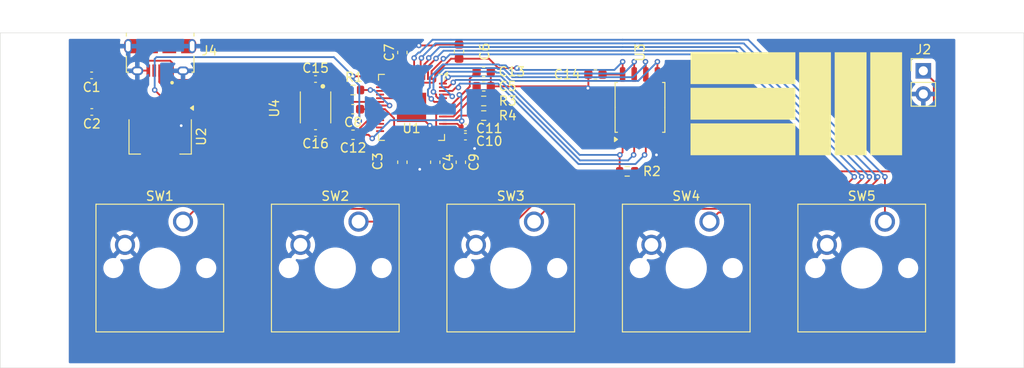
<source format=kicad_pcb>
(kicad_pcb (version 20240108) (generator "pcbnew") (generator_version "8.0")
  (title_block (title "McNulty Pad") (date "2024-11-15") (rev "1"))
  (layers (0 "F.Cu" signal) (31 "B.Cu" signal) (34 "B.Paste" user) (35 "F.Paste" user) (36 "B.SilkS" user "B.Silkscreen") (37 "F.SilkS" user "F.Silkscreen") (38 "B.Mask" user) (39 "F.Mask" user) (44 "Edge.Cuts" user))
  (net 0 "")
  (net 1 "GND")
  (net 2 "VBUS")
  (net 3 "VREG")
  (net 4 "+1V1")
  (net 5 "XIN")
  (net 6 "Net-(C16-Pad2)")
  (net 7 "Net-(J2-Pin_1)")
  (net 10 "USB_D+")
  (net 11 "USB_D-")
  (net 12 "XOUT")
  (net 13 "QSPI_SS")
  (net 14 "Net-(U1-USB_DP)")
  (net 15 "Net-(U1-USB_DM)")
  (net 16 "GPIO0")
  (net 17 "GPIO1")
  (net 18 "GPIO2")
  (net 19 "GPIO3")
  (net 20 "GPIO4")
  (net 23 "QSPI_SD3")
  (net 27 "QSPI_SCLK")
  (net 33 "QSPI_SD2")
  (net 38 "QSPI_SD0")
  (net 50 "QSPI_SD1")
  (footprint "Capacitor_SMD:C_0603_1608Metric" (layer "F.Cu") (at 132.9 33.6)
    (property "Reference" "C13")
    (property "Value" "100n" (hide yes))
  )
  (footprint "Capacitor_SMD:C_0402_1005Metric" (layer "F.Cu") (at 130.9 39.7 180)
    (property "Reference" "C11")
    (property "Value" "1u" (hide yes))
  )
  (footprint "Resistor_SMD:R_0603_1608Metric" (layer "F.Cu") (at 132.9 36.8 180)
    (property "Reference" "R3")
    (property "Value" "27.4" (hide yes))
  )
  (footprint "Resistor_SMD:R_0603_1608Metric" (layer "F.Cu") (at 132.9 38.4 180)
    (property "Reference" "R4")
    (property "Value" "27.4" (hide yes))
  )
  (footprint "Capacitor_SMD:C_0603_1608Metric" (layer "F.Cu") (at 145.125 33.9 180)
    (property "Reference" "C14")
    (property "Value" "100n" (hide yes))
  )
  (footprint "Package_TO_SOT_SMD:SOT-223-3_TabPin2" (layer "F.Cu") (at 97.5 40.7 -90)
    (property "Reference" "U2")
    (property "Value" "NCP1117-3.3_SOT223")
  )
  (footprint "Connector_PinHeader_2.54mm:PinHeader_1x02_P2.54mm_Vertical" (layer "F.Cu") (at 181 33.5)
    (property "Reference" "J2")
    (property "Value" "USB_BOOT")
  )
  (footprint "Capacitor_SMD:C_0603_1608Metric" (layer "F.Cu") (at 132.9 35.2)
    (property "Reference" "C5")
    (property "Value" "100n" (hide yes))
  )
  (footprint "Package_SO:SOIC-8_5.23x5.23mm_P1.27mm" (layer "F.Cu") (at 150 37.5 90)
    (property "Reference" "U3")
    (property "Value" "W25Q128JVS")
  )
  (footprint "Capacitor_SMD:C_0402_1005Metric" (layer "F.Cu") (at 130.9 40.7)
    (property "Reference" "C10")
    (property "Value" "1u" (hide yes))
  )
  (footprint "Button_Switch_Keyboard:SW_Cherry_MX_1.00u_PCB" (layer "F.Cu") (at 119.2 50)
    (property "Reference" "SW2")
    (property "Value" "Cherry MX Switch")
  )
  (footprint "10118194-0001LF:AMPHENOL_10118194-0001LF" (layer "F.Cu") (at 97.5 30.8 180)
    (property "Reference" "J4")
    (property "Value" "10118194-0001LF")
  )
  (footprint "Resistor_SMD:R_0603_1608Metric" (layer "F.Cu") (at 148.6 44.5 180)
    (property "Reference" "R2")
    (property "Value" "1k" (hide yes))
  )
  (footprint "Package_DFN_QFN:QFN-56-1EP_7x7mm_P0.4mm_EP3.2x3.2mm" (layer "F.Cu") (at 125 37.5 -90)
    (property "Reference" "U1")
    (property "Value" "RP2040")
  )
  (footprint "Button_Switch_Keyboard:SW_Cherry_MX_1.00u_PCB" (layer "F.Cu") (at 138.4 50)
    (property "Reference" "SW3")
    (property "Value" "Cherry MX Switch")
  )
  (footprint "Capacitor_SMD:C_0603_1608Metric" (layer "F.Cu") (at 124 43.5 -90)
    (property "Reference" "C3")
    (property "Value" "100n" (hide yes))
  )
  (footprint "ABM8-272-T3:ABM8-272-T3" (layer "F.Cu") (at 114.5 37.5 -90)
    (property "Reference" "U4")
    (property "Value" "ABM8-272-T3")
  )
  (footprint "Capacitor_SMD:C_0402_1005Metric" (layer "F.Cu") (at 90.02 38 180)
    (property "Reference" "C2")
    (property "Value" "10u" (hide yes))
  )
  (footprint "Capacitor_SMD:C_0603_1608Metric" (layer "F.Cu") (at 130.2 31.4 90)
    (property "Reference" "C6")
    (property "Value" "100n" (hide yes))
  )
  (footprint "Capacitor_SMD:C_0402_1005Metric" (layer "F.Cu") (at 114.5 40.3 180)
    (property "Reference" "C16")
    (property "Value" "15p" (hide yes))
  )
  (footprint "Resistor_SMD:R_0603_1608Metric" (layer "F.Cu") (at 118.6 35.6 180)
    (property "Reference" "R1")
    (property "Value" "1k" (hide yes))
  )
  (footprint "Capacitor_SMD:C_0603_1608Metric" (layer "F.Cu") (at 124 31.5 90)
    (property "Reference" "C7")
    (property "Value" "100n" (hide yes))
  )
  (footprint "Capacitor_SMD:C_0402_1005Metric" (layer "F.Cu") (at 114.5 34.4 180)
    (property "Reference" "C15")
    (property "Value" "15p" (hide yes))
  )
  (footprint "Button_Switch_Keyboard:SW_Cherry_MX_1.00u_PCB" (layer "F.Cu") (at 100 50)
    (property "Reference" "SW1")
    (property "Value" "Cherry MX Switch")
  )
  (footprint "MountingHole:MountingHole_2.2mm_M2" (layer "F.Cu") (at 84 62)
    (property "Reference" "")
    (property "Value" "MountingHole_2.2mm_M2" (hide yes))
  )
  (footprint "Capacitor_SMD:C_0402_1005Metric" (layer "F.Cu") (at 90 34 180)
    (property "Reference" "C1")
    (property "Value" "10u" (hide yes))
  )
  (footprint "Capacitor_SMD:C_0603_1608Metric" (layer "F.Cu") (at 118.6 37.7 180)
    (property "Reference" "C8")
    (property "Value" "100n" (hide yes))
  )
  (footprint "Capacitor_SMD:C_0603_1608Metric" (layer "F.Cu") (at 130.4 43.5 -90)
    (property "Reference" "C9")
    (property "Value" "100n" (hide yes))
  )
  (footprint "Capacitor_SMD:C_0603_1608Metric" (layer "F.Cu") (at 127.6 43.5 -90)
    (property "Reference" "C4")
    (property "Value" "100n" (hide yes))
  )
  (footprint "MountingHole:MountingHole_2.2mm_M2" (layer "F.Cu") (at 84 33)
    (property "Reference" "")
    (property "Value" "MountingHole_2.2mm_M2" (hide yes))
  )
  (footprint "LOGO" (layer "F.Cu") (at 167 37)
    (property "Reference" "")
    (property "Value" "LOGO" (hide yes))
  )
  (footprint "Button_Switch_Keyboard:SW_Cherry_MX_1.00u_PCB" (layer "F.Cu") (at 157.6 50)
    (property "Reference" "SW4")
    (property "Value" "Cherry MX Switch")
  )
  (footprint "Button_Switch_Keyboard:SW_Cherry_MX_1.00u_PCB" (layer "F.Cu") (at 176.8 50)
    (property "Reference" "SW5")
    (property "Value" "Cherry MX Switch")
  )
  (footprint "MountingHole:MountingHole_2.2mm_M2" (layer "F.Cu") (at 188 33)
    (property "Reference" "")
    (property "Value" "MountingHole_2.2mm_M2" (hide yes))
  )
  (footprint "MountingHole:MountingHole_2.2mm_M2" (layer "F.Cu") (at 188 62)
    (property "Reference" "" (hide yes))
    (property "Value" "MountingHole_2.2mm_M2" (hide yes))
  )
  (footprint "Capacitor_SMD:C_0603_1608Metric" (layer "F.Cu") (at 118.6 40.5 180)
    (property "Reference" "C12")
    (property "Value" "100n" (hide yes))
  )
  (gr_rect (start 80 29.35) (end 192 66) (stroke (width 0.05)) (fill none) (layer "Edge.Cuts"))
  (segment (start 117.825 37.7) (end 117.825 40.5) (width 0.2) (layer "F.Cu") (net 1))
  (segment (start 117.825 40.5) (end 121.6 44.275) (width 0.2) (layer "F.Cu") (net 1))
  (segment (start 131.38 40.7) (end 131.4 40.7) (width 0.2) (layer "F.Cu") (net 1))
  (segment (start 131.9 42) (end 131.9 42.775) (width 0.2) (layer "F.Cu") (net 1))
  (segment (start 144.1 35.2) (end 144.3 35.4) (width 0.2) (layer "F.Cu") (net 1))
  (segment (start 151.905 41.1) (end 151.905 42.595) (width 0.2) (layer "F.Cu") (net 1))
  (segment (start 131.38 40.7) (end 131.38 39.7) (width 0.2) (layer "F.Cu") (net 1))
  (segment (start 133.675 35.2) (end 133.675 33.6) (width 0.2) (layer "F.Cu") (net 1))
  (segment (start 96.2 33.475) (end 95.025 33.475) (width 0.2) (layer "F.Cu") (net 1))
  (segment (start 125.8 30.725) (end 125.9 30.725) (width 0.2) (layer "F.Cu") (net 1))
  (segment (start 121.5625 36.5) (end 124 36.5) (width 0.2) (layer "F.Cu") (net 1))
  (segment (start 116.925 38.6) (end 117.825 37.7) (width 0.2) (layer "F.Cu") (net 1))
  (segment (start 96.5 30.8) (end 96.2 31.1) (width 0.2) (layer "F.Cu") (net 1))
  (segment (start 113.7 36.55) (end 115.3 38.15) (width 0.2) (layer "F.Cu") (net 1))
  (segment (start 124 36.5) (end 125 37.5) (width 0.2) (layer "F.Cu") (net 1))
  (segment (start 121.6 44.275) (end 124 44.275) (width 0.2) (layer "F.Cu") (net 1))
  (segment (start 96.175 33.5) (end 96.2 33.475) (width 0.2) (layer "F.Cu") (net 1))
  (segment (start 127.7 30.625) (end 130.2 30.625) (width 0.2) (layer "F.Cu") (net 1))
  (segment (start 127 39.5) (end 125 37.5) (width 0.2) (layer "F.Cu") (net 1))
  (segment (start 133.675 35.2) (end 144.1 35.2) (width 0.2) (layer "F.Cu") (net 1))
  (segment (start 113.7 34.72) (end 114.02 34.4) (width 0.2) (layer "F.Cu") (net 1))
  (segment (start 131.9 42.775) (end 130.4 44.275) (width 0.2) (layer "F.Cu") (net 1))
  (segment (start 130.4 44.275) (end 127.6 44.275) (width 0.2) (layer "F.Cu") (net 1))
  (segment (start 131.9 41.2) (end 131.9 42) (width 0.2) (layer "F.Cu") (net 1))
  (segment (start 131.4 40.7) (end 131.9 41.2) (width 0.2) (layer "F.Cu") (net 1))
  (segment (start 124 44.275) (end 127.6 44.275) (width 0.2) (layer "F.Cu") (net 1))
  (segment (start 113.7 36.4) (end 113.7 34.72) (width 0.2) (layer "F.Cu") (net 1))
  (segment (start 89.52 37.98) (end 89.54 38) (width 0.2) (layer "F.Cu") (net 1))
  (segment (start 114.98 38.92) (end 115.3 38.6) (width 0.2) (layer "F.Cu") (net 1))
  (segment (start 96.5 30.8) (end 96.406335 30.8) (width 0.2) (layer "F.Cu") (net 1))
  (segment (start 144.35 33.9) (end 144.35 35.35) (width 0.2) (layer "F.Cu") (net 1))
  (segment (start 114.98 40.3) (end 114.98 38.92) (width 0.2) (layer "F.Cu") (net 1))
  (segment (start 124 30.725) (end 125.8 30.725) (width 0.2) (layer "F.Cu") (net 1))
  (segment (start 95.025 33.475) (end 95 33.5) (width 0.2) (layer "F.Cu") (net 1))
  (segment (start 144.35 35.35) (end 144.3 35.4) (width 0.2) (layer "F.Cu") (net 1))
  (segment (start 115.3 38.6) (end 116.925 38.6) (width 0.2) (layer "F.Cu") (net 1))
  (segment (start 115.3 38.15) (end 115.3 38.6) (width 0.2) (layer "F.Cu") (net 1))
  (segment (start 125.8 30.725) (end 127.6 30.725) (width 0.2) (layer "F.Cu") (net 1))
  (segment (start 151.905 42.595) (end 151.8 42.7) (width 0.2) (layer "F.Cu") (net 1))
  (segment (start 127.6 30.725) (end 127.7 30.625) (width 0.2) (layer "F.Cu") (net 1))
  (segment (start 113.7 36.4) (end 113.7 36.55) (width 0.2) (layer "F.Cu") (net 1))
  (segment (start 89.52 34) (end 89.52 37.98) (width 0.2) (layer "F.Cu") (net 1))
  (segment (start 99.8 37.55) (end 99.8 39.5) (width 0.2) (layer "F.Cu") (net 1))
  (via (at 144.3 35.4) (size 0.6) (drill 0.3) (layers "F.Cu" "B.Cu") (net 1))
  (via (at 125.9 44.275) (size 0.6) (drill 0.3) (layers "F.Cu" "B.Cu") (net 1))
  (via (at 127 39.5) (size 0.6) (drill 0.3) (layers "F.Cu" "B.Cu") (net 1))
  (via (at 131.9 42) (size 0.6) (drill 0.3) (layers "F.Cu" "B.Cu") (net 1))
  (via (at 125.8 30.725) (size 0.6) (drill 0.3) (layers "F.Cu" "B.Cu") (net 1))
  (via (at 99.8 39.5) (size 0.6) (drill 0.3) (layers "F.Cu" "B.Cu") (net 1))
  (via (at 151.8 42.7) (size 0.6) (drill 0.3) (layers "F.Cu" "B.Cu") (net 1))
  (segment (start 98.8 32.6) (end 98.6 32.4) (width 0.2) (layer "F.Cu") (net 2))
  (segment (start 94.03 37.55) (end 90.48 34) (width 0.2) (layer "F.Cu") (net 2))
  (segment (start 95.2 37.55) (end 94.03 37.55) (width 0.2) (layer "F.Cu") (net 2))
  (segment (start 98.6 32.4) (end 92.08 32.4) (width 0.2) (layer "F.Cu") (net 2))
  (segment (start 98.8 33.475) (end 98.8 32.6) (width 0.2) (layer "F.Cu") (net 2))
  (segment (start 92.08 32.4) (end 90.48 34) (width 0.2) (layer "F.Cu") (net 2))
  (segment (start 124 34.7) (end 124 34.0625) (width 0.2) (layer "F.Cu") (net 3))
  (segment (start 130.4 42.725) (end 130.4 40.72) (width 0.2) (layer "F.Cu") (net 3))
  (segment (start 121.5625 37.7) (end 122.09636 37.7) (width 0.2) (layer "F.Cu") (net 3))
  (segment (start 130.4 40.72) (end 130.42 40.7) (width 0.2) (layer "F.Cu") (net 3))
  (segment (start 119.375 37.7) (end 121.5625 37.7) (width 0.2) (layer "F.Cu") (net 3))
  (segment (start 127.6 42.725) (end 130.4 42.725) (width 0.2) (layer "F.Cu") (net 3))
  (segment (start 133.473696 32.175) (end 130.2 32.175) (width 0.2) (layer "F.Cu") (net 3))
  (segment (start 97.5 43.85) (end 97.5 37.55) (width 0.2) (layer "F.Cu") (net 3))
  (segment (start 130.2 32.175) (end 129.325 32.175) (width 0.2) (layer "F.Cu") (net 3))
  (segment (start 132.125 35.2) (end 129.225 38.1) (width 0.2) (layer "F.Cu") (net 3))
  (segment (start 124 32.275) (end 123.25364 32.275) (width 0.2) (layer "F.Cu") (net 3))
  (segment (start 134.498696 33.2) (end 133.473696 32.175) (width 0.2) (layer "F.Cu") (net 3))
  (segment (start 122.09636 37.7) (end 123.1 38.70364) (width 0.2) (layer "F.Cu") (net 3))
  (segment (start 129.225 38.1) (end 128.4375 38.1) (width 0.2) (layer "F.Cu") (net 3))
  (segment (start 129.84 39.7) (end 128.4375 39.7) (width 0.2) (layer "F.Cu") (net 3))
  (segment (start 97.5 37.55) (end 97.5 36.2) (width 0.2) (layer "F.Cu") (net 3))
  (segment (start 127.90364 39.7) (end 127.7 39.49636) (width 0.2) (layer "F.Cu") (net 3))
  (segment (start 123.1 38.70364) (end 123.1 39.5) (width 0.2) (layer "F.Cu") (net 3))
  (segment (start 148.095 33.9) (end 145.9 33.9) (width 0.2) (layer "F.Cu") (net 3))
  (segment (start 128.4375 38.1) (end 128.4375 37.7) (width 0.2) (layer "F.Cu") (net 3))
  (segment (start 130.42 40.7) (end 129.84 40.12) (width 0.2) (layer "F.Cu") (net 3))
  (segment (start 127.6 34.0625) (end 127.6 34.59636) (width 0.2) (layer "F.Cu") (net 3))
  (segment (start 127.6 42.725) (end 127.6 40.9375) (width 0.2) (layer "F.Cu") (net 3))
  (segment (start 129.84 40.12) (end 129.84 39.7) (width 0.2) (layer "F.Cu") (net 3))
  (segment (start 123.1 39.5) (end 124 40.4) (width 0.2) (layer "F.Cu") (net 3))
  (segment (start 129.325 32.175) (end 127.6 33.9) (width 0.2) (layer "F.Cu") (net 3))
  (segment (start 127.7 38.30364) (end 127.90364 38.1) (width 0.2) (layer "F.Cu") (net 3))
  (segment (start 128.4375 40.1) (end 130.4 42.0625) (width 0.2) (layer "F.Cu") (net 3))
  (segment (start 119.290055 37.784945) (end 119.375 37.7) (width 0.2) (layer "F.Cu") (net 3))
  (segment (start 127.6 33.9) (end 127.6 34.0625) (width 0.2) (layer "F.Cu") (net 3))
  (segment (start 124 42.725) (end 127.6 42.725) (width 0.2) (layer "F.Cu") (net 3))
  (segment (start 119.290055 38.990055) (end 119.290055 37.784945) (width 0.2) (layer "F.Cu") (net 3))
  (segment (start 136.522794 33.2) (end 134.498696 33.2) (width 0.2) (layer "F.Cu") (net 3))
  (segment (start 148.1 32.5) (end 148.1 33.895) (width 0.2) (layer "F.Cu") (net 3))
  (segment (start 130.4 42.0625) (end 130.4 42.725) (width 0.2) (layer "F.Cu") (net 3))
  (segment (start 97.5 36.2) (end 96.9 35.6) (width 0.2) (layer "F.Cu") (net 3))
  (segment (start 127.39636 34.8) (end 124.1 34.8) (width 0.2) (layer "F.Cu") (net 3))
  (segment (start 127.7 39.49636) (end 127.7 38.30364) (width 0.2) (layer "F.Cu") (net 3))
  (segment (start 124 32.275) (end 124 34.0625) (width 0.2) (layer "F.Cu") (net 3))
  (segment (start 127.6 34.59636) (end 127.39636 34.8) (width 0.2) (layer "F.Cu") (net 3))
  (segment (start 91.35 38.85) (end 96.2 38.85) (width 0.2) (layer "F.Cu") (net 3))
  (segment (start 124.1 34.8) (end 124 34.7) (width 0.2) (layer "F.Cu") (net 3))
  (segment (start 127.90364 38.1) (end 128.4375 38.1) (width 0.2) (layer "F.Cu") (net 3))
  (segment (start 123.25364 32.275) (end 121.42864 34.1) (width 0.2) (layer "F.Cu") (net 3))
  (segment (start 128.4375 39.7) (end 127.90364 39.7) (width 0.2) (layer "F.Cu") (net 3))
  (segment (start 124 42.725) (end 124 40.9375) (width 0.2) (layer "F.Cu") (net 3))
  (segment (start 90.5 38) (end 91.35 38.85) (width 0.2) (layer "F.Cu") (net 3))
  (segment (start 121.42864 34.1) (end 118.6 34.1) (width 0.2) (layer "F.Cu") (net 3))
  (segment (start 96.2 38.85) (end 97.5 37.55) (width 0.2) (layer "F.Cu") (net 3))
  (segment (start 124 40.4) (end 124 40.9375) (width 0.2) (layer "F.Cu") (net 3))
  (segment (start 148.1 33.895) (end 148.095 33.9) (width 0.2) (layer "F.Cu") (net 3))
  (via (at 96.9 35.6) (size 0.6) (drill 0.3) (layers "F.Cu" "B.Cu") (net 3))
  (via (at 148.1 32.5) (size 0.6) (drill 0.3) (layers "F.Cu" "B.Cu") (net 3))
  (via (at 119.290055 38.990055) (size 0.6) (drill 0.3) (layers "F.Cu" "B.Cu") (net 3))
  (via (at 118.6 34.1) (size 0.6) (drill 0.3) (layers "F.Cu" "B.Cu") (net 3))
  (via (at 136.522794 33.2) (size 0.6) (drill 0.3) (layers "F.Cu" "B.Cu") (net 3))
  (segment (start 147.2 33.4) (end 136.722794 33.4) (width 0.2) (layer "B.Cu") (net 3))
  (segment (start 119.290055 35.090055) (end 119.290055 38.990055) (width 0.2) (layer "B.Cu") (net 3))
  (segment (start 148.1 32.5) (end 147.2 33.4) (width 0.2) (layer "B.Cu") (net 3))
  (segment (start 116.5 32) (end 118.6 34.1) (width 0.2) (layer "B.Cu") (net 3))
  (segment (start 96.9 35.6) (end 96.9 32.2) (width 0.2) (layer "B.Cu") (net 3))
  (segment (start 96.9 32.2) (end 97.1 32) (width 0.2) (layer "B.Cu") (net 3))
  (segment (start 136.722794 33.4) (end 136.522794 33.2) (width 0.2) (layer "B.Cu") (net 3))
  (segment (start 118.6 34.4) (end 119.290055 35.090055) (width 0.2) (layer "B.Cu") (net 3))
  (segment (start 118.6 34.1) (end 118.6 34.4) (width 0.2) (layer "B.Cu") (net 3))
  (segment (start 97.1 32) (end 116.5 32) (width 0.2) (layer "B.Cu") (net 3))
  (segment (start 131.3 35.3) (end 130.45 36.15) (width 0.2) (layer "F.Cu") (net 4))
  (segment (start 131.375 35.225) (end 131.3 35.3) (width 0.2) (layer "F.Cu") (net 4))
  (segment (start 132.125 33.6) (end 131.375 34.35) (width 0.2) (layer "F.Cu") (net 4))
  (segment (start 119.375 39.75364) (end 121.02864 38.1) (width 0.2) (layer "F.Cu") (net 4))
  (segment (start 130.47499 36.12501) (end 131.3 35.3) (width 0.2) (layer "F.Cu") (net 4))
  (segment (start 131.375 34.35) (end 131.375 35.225) (width 0.2) (layer "F.Cu") (net 4))
  (segment (start 129.3 37.3) (end 128.4375 37.3) (width 0.2) (layer "F.Cu") (net 4))
  (segment (start 119.375 40.5) (end 119.375 39.75364) (width 0.2) (layer "F.Cu") (net 4))
  (segment (start 130.45 36.15) (end 129.3 37.3) (width 0.2) (layer "F.Cu") (net 4))
  (segment (start 130.02 39.3) (end 128.4375 39.3) (width 0.2) (layer "F.Cu") (net 4))
  (segment (start 130.5 39.62) (end 130.42 39.7) (width 0.2) (layer "F.Cu") (net 4))
  (segment (start 121.02864 38.1) (end 121.5625 38.1) (width 0.2) (layer "F.Cu") (net 4))
  (segment (start 130.42 39.7) (end 130.02 39.3) (width 0.2) (layer "F.Cu") (net 4))
  (segment (start 119.375 40.5) (end 120.3 40.5) (width 0.2) (layer "F.Cu") (net 4))
  (segment (start 130.5 39) (end 130.5 39.62) (width 0.2) (layer "F.Cu") (net 4))
  (segment (start 130.232099 36.12501) (end 130.47499 36.12501) (width 0.2) (layer "F.Cu") (net 4))
  (segment (start 120.3 40.5) (end 120.7 40.9) (width 0.2) (layer "F.Cu") (net 4))
  (via (at 130.232099 36.12501) (size 0.6) (drill 0.3) (layers "F.Cu" "B.Cu") (net 4))
  (via (at 130.5 39) (size 0.6) (drill 0.3) (layers "F.Cu" "B.Cu") (net 4))
  (via (at 120.7 40.9) (size 0.6) (drill 0.3) (layers "F.Cu" "B.Cu") (net 4))
  (segment (start 130.45 36.15) (end 130.42501 36.12501) (width 0.2) (layer "B.Cu") (net 4))
  (segment (start 120.7 40.9) (end 122.7 38.9) (width 0.2) (layer "B.Cu") (net 4))
  (segment (start 130.4 38.9) (end 130.5 39) (width 0.2) (layer "B.Cu") (net 4))
  (segment (start 122.7 38.9) (end 130.4 38.9) (width 0.2) (layer "B.Cu") (net 4))
  (segment (start 130.42501 36.12501) (end 130.232099 36.12501) (width 0.2) (layer "B.Cu") (net 4))
  (segment (start 130.5 39) (end 130.45 38.95) (width 0.2) (layer "B.Cu") (net 4))
  (segment (start 130.45 38.95) (end 130.45 36.15) (width 0.2) (layer "B.Cu") (net 4))
  (segment (start 121.5625 36.9) (end 115.8 36.9) (width 0.2) (layer "F.Cu") (net 5))
  (segment (start 115.3 36.4) (end 115.3 34.72) (width 0.2) (layer "F.Cu") (net 5))
  (segment (start 115.8 36.9) (end 115.3 36.4) (width 0.2) (layer "F.Cu") (net 5))
  (segment (start 115.3 34.72) (end 114.98 34.4) (width 0.2) (layer "F.Cu") (net 5))
  (segment (start 113.7 38.6) (end 113.7 39.98) (width 0.2) (layer "F.Cu") (net 6))
  (segment (start 115.965 33.79) (end 117.775 35.6) (width 0.2) (layer "F.Cu") (net 6))
  (segment (start 113.7 39.98) (end 114.02 40.3) (width 0.2) (layer "F.Cu") (net 6))
  (segment (start 113.7 38.6) (end 112.2 37.1) (width 0.2) (layer "F.Cu") (net 6))
  (segment (start 112.2 37.1) (end 112.2 35.283866) (width 0.2) (layer "F.Cu") (net 6))
  (segment (start 112.2 35.283866) (end 113.693866 33.79) (width 0.2) (layer "F.Cu") (net 6))
  (segment (start 113.693866 33.79) (end 115.965 33.79) (width 0.2) (layer "F.Cu") (net 6))
  (segment (start 181.725 33.825) (end 181.4 33.5) (width 0.2) (layer "F.Cu") (net 7))
  (segment (start 149.425 44.5) (end 179.7 44.5) (width 0.2) (layer "F.Cu") (net 7))
  (segment (start 179.7 44.5) (end 182.15 42.05) (width 0.2) (layer "F.Cu") (net 7))
  (segment (start 181.4 33.5) (end 181 33.5) (width 0.2) (layer "F.Cu") (net 7))
  (segment (start 182.15 34.65) (end 181 33.5) (width 0.2) (layer "F.Cu") (net 7))
  (segment (start 182.15 42.05) (end 182.15 34.65) (width 0.2) (layer "F.Cu") (net 7))
  (segment (start 101.4 35.7) (end 101.717157 35.7) (width 0.8) (layer "F.Cu") (net 10))
  (segment (start 134.014213 47.400001) (end 134.8 46.614214) (width 0.8) (layer "F.Cu") (net 10))
  (segment (start 134.8 37.863088) (end 133.736912 36.8) (width 0.8) (layer "F.Cu") (net 10))
  (segment (start 134.8 46.614214) (end 134.8 37.863088) (width 0.8) (layer "F.Cu") (net 10))
  (segment (start 101.3 35.6) (end 101.4 35.7) (width 0.4) (layer "F.Cu") (net 10))
  (segment (start 97.5 33.475) (end 97.5 34.698528) (width 0.4) (layer "F.Cu") (net 10))
  (segment (start 113.417158 47.400001) (end 134.014213 47.400001) (width 0.8) (layer "F.Cu") (net 10))
  (segment (start 98.401472 35.6) (end 101.3 35.6) (width 0.4) (layer "F.Cu") (net 10))
  (segment (start 97.5 34.698528) (end 98.401472 35.6) (width 0.4) (layer "F.Cu") (net 10))
  (segment (start 101.717157 35.7) (end 113.417158 47.400001) (width 0.8) (layer "F.Cu") (net 10))
  (segment (start 133.736912 36.8) (end 133.725 36.8) (width 0.8) (layer "F.Cu") (net 10))
  (segment (start 113.831371 46.4) (end 133.6 46.4) (width 0.8) (layer "F.Cu") (net 11))
  (segment (start 98.15 34.5) (end 98.25 34.6) (width 0.4) (layer "F.Cu") (net 11))
  (segment (start 133.6 46.4) (end 133.725 46.275) (width 0.8) (layer "F.Cu") (net 11))
  (segment (start 133.725 46.275) (end 133.725 38.4) (width 0.8) (layer "F.Cu") (net 11))
  (segment (start 101.8 34.6) (end 102.031371 34.6) (width 0.8) (layer "F.Cu") (net 11))
  (segment (start 98.25 34.6) (end 101.8 34.6) (width 0.4) (layer "F.Cu") (net 11))
  (segment (start 98.15 33.475) (end 98.15 34.5) (width 0.4) (layer "F.Cu") (net 11))
  (segment (start 102.031371 34.6) (end 113.831371 46.4) (width 0.8) (layer "F.Cu") (net 11))
  (segment (start 120.5 35.6) (end 119.425 35.6) (width 0.2) (layer "F.Cu") (net 12))
  (segment (start 121.5625 37.3) (end 122.6 37.3) (width 0.2) (layer "F.Cu") (net 12))
  (via (at 122.6 37.3) (size 0.6) (drill 0.3) (layers "F.Cu" "B.Cu") (net 12))
  (via (at 120.5 35.6) (size 0.6) (drill 0.3) (layers "F.Cu" "B.Cu") (net 12))
  (segment (start 120.9 35.6) (end 122.6 37.3) (width 0.2) (layer "B.Cu") (net 12))
  (segment (start 120.5 35.6) (end 120.9 35.6) (width 0.2) (layer "B.Cu") (net 12))
  (segment (start 148.095 42.405) (end 148.095 41.1) (width 0.2) (layer "F.Cu") (net 13))
  (segment (start 129 34.3375) (end 128.4375 34.9) (width 0.2) (layer "F.Cu") (net 13))
  (segment (start 147.775 42.725) (end 147.8 42.7) (width 0.2) (layer "F.Cu") (net 13))
  (segment (start 129 34.2) (end 129 34.3375) (width 0.2) (layer "F.Cu") (net 13))
  (segment (start 147.8 42.7) (end 148.095 42.405) (width 0.2) (layer "F.Cu") (net 13))
  (segment (start 147.775 44.5) (end 147.775 42.725) (width 0.2) (layer "F.Cu") (net 13))
  (via (at 147.8 42.7) (size 0.6) (drill 0.3) (layers "F.Cu" "B.Cu") (net 13))
  (via (at 129 34.2) (size 0.6) (drill 0.3) (layers "F.Cu" "B.Cu") (net 13))
  (segment (start 129 34.2) (end 129.1 34.1) (width 0.2) (layer "B.Cu") (net 13))
  (segment (start 134.8 34.1) (end 143.4 42.7) (width 0.2) (layer "B.Cu") (net 13))
  (segment (start 143.4 42.7) (end 147.8 42.7) (width 0.2) (layer "B.Cu") (net 13))
  (segment (start 129.1 34.1) (end 134.8 34.1) (width 0.2) (layer "B.Cu") (net 13))
  (segment (start 128.4375 38.5) (end 129.584314 38.5) (width 0.2) (layer "F.Cu") (net 14))
  (segment (start 129.584314 38.5) (end 131.284314 36.8) (width 0.2) (layer "F.Cu") (net 14))
  (segment (start 131.284314 36.8) (end 132.075 36.8) (width 0.2) (layer "F.Cu") (net 14))
  (segment (start 130.25 38.4) (end 132.075 38.4) (width 0.2) (layer "F.Cu") (net 15))
  (segment (start 129.75 38.9) (end 128.4375 38.9) (width 0.2) (layer "F.Cu") (net 15))
  (segment (start 129.75 38.9) (end 130.25 38.4) (width 0.2) (layer "F.Cu") (net 15))
  (segment (start 128.483125 32.168346) (end 128.483125 32.245515) (width 0.2) (layer "F.Cu") (net 16))
  (segment (start 101.4 48.6) (end 137.254415 48.6) (width 0.2) (layer "F.Cu") (net 16))
  (segment (start 127.2 33.52864) (end 127.2 34.0625) (width 0.2) (layer "F.Cu") (net 16))
  (segment (start 128.483125 32.245515) (end 127.2 33.52864) (width 0.2) (layer "F.Cu") (net 16))
  (segment (start 138.054415 47.8) (end 170.75147 47.8) (width 0.2) (layer "F.Cu") (net 16))
  (segment (start 100 50) (end 101.4 48.6) (width 0.2) (layer "F.Cu") (net 16))
  (segment (start 170.75147 47.8) (end 173.45147 45.1) (width 0.2) (layer "F.Cu") (net 16))
  (segment (start 137.254415 48.6) (end 138.054415 47.8) (width 0.2) (layer "F.Cu") (net 16))
  (via (at 173.45147 45.1) (size 0.6) (drill 0.3) (layers "F.Cu" "B.Cu") (net 16))
  (via (at 128.483125 32.168346) (size 0.6) (drill 0.3) (layers "F.Cu" "B.Cu") (net 16))
  (segment (start 173.45147 45.1) (end 160.05147 31.7) (width 0.2) (layer "B.Cu") (net 16))
  (segment (start 148 31.7) (end 129.2 31.7) (width 0.2) (layer "B.Cu") (net 16))
  (segment (start 128.731654 32.168346) (end 128.483125 32.168346) (width 0.2) (layer "B.Cu") (net 16))
  (segment (start 129.2 31.7) (end 128.731654 32.168346) (width 0.2) (layer "B.Cu") (net 16))
  (segment (start 160.05147 31.7) (end 148 31.7) (width 0.2) (layer "B.Cu") (net 16))
  (segment (start 127.683402 32.147219) (end 126.8 33.030621) (width 0.2) (layer "F.Cu") (net 17))
  (segment (start 174.251473 45.382841) (end 174.251473 45.1) (width 0.2) (layer "F.Cu") (net 17))
  (segment (start 126.8 33.030621) (end 126.8 34.0625) (width 0.2) (layer "F.Cu") (net 17))
  (segment (start 171.434314 48.2) (end 174.251473 45.382841) (width 0.2) (layer "F.Cu") (net 17))
  (segment (start 136.420101 50) (end 138.220101 48.2) (width 0.2) (layer "F.Cu") (net 17))
  (segment (start 138.220101 48.2) (end 171.434314 48.2) (width 0.2) (layer "F.Cu") (net 17))
  (segment (start 119.2 50) (end 136.420101 50) (width 0.2) (layer "F.Cu") (net 17))
  (via (at 127.683402 32.147219) (size 0.6) (drill 0.3) (layers "F.Cu" "B.Cu") (net 17))
  (via (at 174.251473 45.1) (size 0.6) (drill 0.3) (layers "F.Cu" "B.Cu") (net 17))
  (segment (start 174.251473 45.051474) (end 160.499999 31.3) (width 0.2) (layer "B.Cu") (net 17))
  (segment (start 127.683402 32.11954) (end 127.683402 32.147219) (width 0.2) (layer "B.Cu") (net 17))
  (segment (start 129.3 31.3) (end 128.502942 31.3) (width 0.2) (layer "B.Cu") (net 17))
  (segment (start 128.502942 31.3) (end 127.683402 32.11954) (width 0.2) (layer "B.Cu") (net 17))
  (segment (start 174.251473 45.148526) (end 174.251473 45.051474) (width 0.2) (layer "B.Cu") (net 17))
  (segment (start 160.499999 31.3) (end 148 31.3) (width 0.2) (layer "B.Cu") (net 17))
  (segment (start 174.251473 45.1) (end 174.251473 45.148526) (width 0.2) (layer "B.Cu") (net 17))
  (segment (start 148 31.3) (end 129.3 31.3) (width 0.2) (layer "B.Cu") (net 17))
  (segment (start 126.4 32.8) (end 126.4 34.0625) (width 0.2) (layer "F.Cu") (net 18))
  (segment (start 138.4 50) (end 139.8 48.6) (width 0.2) (layer "F.Cu") (net 18))
  (segment (start 171.934311 48.6) (end 175.1 45.434311) (width 0.2) (layer "F.Cu") (net 18))
  (segment (start 126.885302 32.314698) (end 126.4 32.8) (width 0.2) (layer "F.Cu") (net 18))
  (segment (start 126.885302 32.092075) (end 126.885302 32.314698) (width 0.2) (layer "F.Cu") (net 18))
  (segment (start 175.1 45.434311) (end 175.1 45.1) (width 0.2) (layer "F.Cu") (net 18))
  (segment (start 139.8 48.6) (end 171.934311 48.6) (width 0.2) (layer "F.Cu") (net 18))
  (via (at 126.885302 32.092075) (size 0.6) (drill 0.3) (layers "F.Cu" "B.Cu") (net 18))
  (via (at 175.1 45.1) (size 0.6) (drill 0.3) (layers "F.Cu" "B.Cu") (net 18))
  (segment (start 148.1 30.9) (end 129.2 30.9) (width 0.2) (layer "B.Cu") (net 18))
  (segment (start 128.082092 30.9) (end 126.890017 32.092075) (width 0.2) (layer "B.Cu") (net 18))
  (segment (start 126.890017 32.092075) (end 126.885302 32.092075) (width 0.2) (layer "B.Cu") (net 18))
  (segment (start 129.2 30.9) (end 128.082092 30.9) (width 0.2) (layer "B.Cu") (net 18))
  (segment (start 175.1 45.1) (end 160.9 30.9) (width 0.2) (layer "B.Cu") (net 18))
  (segment (start 160.9 30.9) (end 148.1 30.9) (width 0.2) (layer "B.Cu") (net 18))
  (segment (start 172.4 49) (end 175.999997 45.400003) (width 0.2) (layer "F.Cu") (net 19))
  (segment (start 157.6 50) (end 158.6 49) (width 0.2) (layer "F.Cu") (net 19))
  (segment (start 158.6 49) (end 172.4 49) (width 0.2) (layer "F.Cu") (net 19))
  (segment (start 126.085353 32.101326) (end 126 32.186679) (width 0.2) (layer "F.Cu") (net 19))
  (segment (start 175.999997 45.400003) (end 175.999997 45.1) (width 0.2) (layer "F.Cu") (net 19))
  (segment (start 126 32.186679) (end 126 34.0625) (width 0.2) (layer "F.Cu") (net 19))
  (via (at 175.999997 45.1) (size 0.6) (drill 0.3) (layers "F.Cu" "B.Cu") (net 19))
  (via (at 126.085353 32.101326) (size 0.6) (drill 0.3) (layers "F.Cu" "B.Cu") (net 19))
  (segment (start 175.7 45.399997) (end 175.7 44.851471) (width 0.2) (layer "B.Cu") (net 19))
  (segment (start 148.1 30.5) (end 129.4 30.5) (width 0.2) (layer "B.Cu") (net 19))
  (segment (start 129.4 30.5) (end 127.628848 30.5) (width 0.2) (layer "B.Cu") (net 19))
  (segment (start 175.7 44.851471) (end 161.348529 30.5) (width 0.2) (layer "B.Cu") (net 19))
  (segment (start 161.348529 30.5) (end 148.1 30.5) (width 0.2) (layer "B.Cu") (net 19))
  (segment (start 127.628848 30.5) (end 126.085353 32.043495) (width 0.2) (layer "B.Cu") (net 19))
  (segment (start 175.999997 45.1) (end 175.7 45.399997) (width 0.2) (layer "B.Cu") (net 19))
  (segment (start 126.085353 32.043495) (end 126.085353 32.101326) (width 0.2) (layer "B.Cu") (net 19))
  (segment (start 125.6 33.52864) (end 125.6 34.0625) (width 0.2) (layer "F.Cu") (net 20))
  (segment (start 176.8 50) (end 176.8 45.1) (width 0.2) (layer "F.Cu") (net 20))
  (segment (start 125.285352 32.099779) (end 125.285352 33.213992) (width 0.2) (layer "F.Cu") (net 20))
  (segment (start 125.285352 33.213992) (end 125.6 33.52864) (width 0.2) (layer "F.Cu") (net 20))
  (via (at 125.285352 32.099779) (size 0.6) (drill 0.3) (layers "F.Cu" "B.Cu") (net 20))
  (via (at 176.8 45.1) (size 0.6) (drill 0.3) (layers "F.Cu" "B.Cu") (net 20))
  (segment (start 125.285352 31.976594) (end 125.285352 32.099779) (width 0.2) (layer "B.Cu") (net 20))
  (segment (start 176.8 45.1) (end 176.8 45.051474) (width 0.2) (layer "B.Cu") (net 20))
  (segment (start 176.8 45.051474) (end 161.848526 30.1) (width 0.2) (layer "B.Cu") (net 20))
  (segment (start 127.3 30.1) (end 125.898674 31.501326) (width 0.2) (layer "B.Cu") (net 20))
  (segment (start 125.898674 31.501326) (end 125.76062 31.501326) (width 0.2) (layer "B.Cu") (net 20))
  (segment (start 129.3 30.1) (end 127.3 30.1) (width 0.2) (layer "B.Cu") (net 20))
  (segment (start 161.848526 30.1) (end 148.1 30.1) (width 0.2) (layer "B.Cu") (net 20))
  (segment (start 148.1 30.1) (end 129.3 30.1) (width 0.2) (layer "B.Cu") (net 20))
  (segment (start 125.76062 31.501326) (end 125.285352 31.976594) (width 0.2) (layer "B.Cu") (net 20))
  (segment (start 127.495762 36.9) (end 128.4375 36.9) (width 0.2) (layer "F.Cu") (net 23))
  (segment (start 127.166316 36.570554) (end 127.495762 36.9) (width 0.2) (layer "F.Cu") (net 23))
  (segment (start 149.365 33.9) (end 149.365 32.5) (width 0.2) (layer "F.Cu") (net 23))
  (via (at 149.365 32.5) (size 0.6) (drill 0.3) (layers "F.Cu" "B.Cu") (net 23))
  (via (at 127.166316 36.570554) (size 0.6) (drill 0.3) (layers "F.Cu" "B.Cu") (net 23))
  (segment (start 134.531372 32.8) (end 128.420099 32.8) (width 0.2) (layer "B.Cu") (net 23))
  (segment (start 126.8 36.204238) (end 127.166316 36.570554) (width 0.2) (layer "B.Cu") (net 23))
  (segment (start 135.297058 32.9) (end 134.631372 32.9) (width 0.2) (layer "B.Cu") (net 23))
  (segment (start 127 35.351471) (end 126.8 35.551471) (width 0.2) (layer "B.Cu") (net 23))
  (segment (start 149.365 32.3) (end 149.365 32.635) (width 0.2) (layer "B.Cu") (net 23))
  (segment (start 149.365 32.635) (end 148.2 33.8) (width 0.2) (layer "B.Cu") (net 23))
  (segment (start 136.197058 33.8) (end 135.297058 32.9) (width 0.2) (layer "B.Cu") (net 23))
  (segment (start 126.8 35.551471) (end 126.8 36.204238) (width 0.2) (layer "B.Cu") (net 23))
  (segment (start 127 34.220099) (end 127 35.351471) (width 0.2) (layer "B.Cu") (net 23))
  (segment (start 128.420099 32.8) (end 127 34.220099) (width 0.2) (layer "B.Cu") (net 23))
  (segment (start 148.2 33.8) (end 136.197058 33.8) (width 0.2) (layer "B.Cu") (net 23))
  (segment (start 134.631372 32.9) (end 134.531372 32.8) (width 0.2) (layer "B.Cu") (net 23))
  (segment (start 127.4 35.8) (end 127.7 36.1) (width 0.2) (layer "F.Cu") (net 27))
  (segment (start 127.7 36.29636) (end 127.90364 36.5) (width 0.2) (layer "F.Cu") (net 27))
  (segment (start 150.635 32.535) (end 150.6 32.5) (width 0.2) (layer "F.Cu") (net 27))
  (segment (start 150.635 33.9) (end 150.635 32.535) (width 0.2) (layer "F.Cu") (net 27))
  (segment (start 127.7 36.1) (end 127.7 36.29636) (width 0.2) (layer "F.Cu") (net 27))
  (segment (start 127.90364 36.5) (end 128.4375 36.5) (width 0.2) (layer "F.Cu") (net 27))
  (via (at 150.6 32.5) (size 0.6) (drill 0.3) (layers "F.Cu" "B.Cu") (net 27))
  (via (at 127.4 35.8) (size 0.6) (drill 0.3) (layers "F.Cu" "B.Cu") (net 27))
  (segment (start 149.234314 34.2) (end 136.031372 34.2) (width 0.2) (layer "B.Cu") (net 27))
  (segment (start 134.465686 33.3) (end 134.365686 33.2) (width 0.2) (layer "B.Cu") (net 27))
  (segment (start 127.4 34.385785) (end 127.4 35.8) (width 0.2) (layer "B.Cu") (net 27))
  (segment (start 150.6 32.834314) (end 149.234314 34.2) (width 0.2) (layer "B.Cu") (net 27))
  (segment (start 128.585785 33.2) (end 127.4 34.385785) (width 0.2) (layer "B.Cu") (net 27))
  (segment (start 134.365686 33.2) (end 128.585785 33.2) (width 0.2) (layer "B.Cu") (net 27))
  (segment (start 135.131372 33.3) (end 134.465686 33.3) (width 0.2) (layer "B.Cu") (net 27))
  (segment (start 136.031372 34.2) (end 135.131372 33.3) (width 0.2) (layer "B.Cu") (net 27))
  (segment (start 150.6 32.5) (end 150.6 32.834314) (width 0.2) (layer "B.Cu") (net 27))
  (segment (start 129.479903 35.7) (end 128.4375 35.7) (width 0.2) (layer "F.Cu") (net 33))
  (segment (start 129.848529 35.331374) (end 129.479903 35.7) (width 0.2) (layer "F.Cu") (net 33))
  (segment (start 150.635 41.1) (end 150.635 42.565) (width 0.2) (layer "F.Cu") (net 33))
  (segment (start 130.131374 35.331374) (end 129.848529 35.331374) (width 0.2) (layer "F.Cu") (net 33))
  (segment (start 150.635 42.565) (end 150.5 42.7) (width 0.2) (layer "F.Cu") (net 33))
  (via (at 150.5 42.7) (size 0.6) (drill 0.3) (layers "F.Cu" "B.Cu") (net 33))
  (via (at 130.131374 35.331374) (size 0.6) (drill 0.3) (layers "F.Cu" "B.Cu") (net 33))
  (segment (start 143.268628 43.7) (end 149.5 43.7) (width 0.2) (layer "B.Cu") (net 33))
  (segment (start 130.3 34.9) (end 134.468628 34.9) (width 0.2) (layer "B.Cu") (net 33))
  (segment (start 134.468628 34.9) (end 143.268628 43.7) (width 0.2) (layer "B.Cu") (net 33))
  (segment (start 149.5 43.7) (end 150.5 42.7) (width 0.2) (layer "B.Cu") (net 33))
  (segment (start 130.131374 35.331374) (end 130.131374 35.068626) (width 0.2) (layer "B.Cu") (net 33))
  (segment (start 130.131374 35.068626) (end 130.3 34.9) (width 0.2) (layer "B.Cu") (net 33))
  (segment (start 129.251472 36.1) (end 128.4375 36.1) (width 0.2) (layer "F.Cu") (net 38))
  (segment (start 151.905 33.9) (end 151.905 32.5) (width 0.2) (layer "F.Cu") (net 38))
  (segment (start 129.451472 36.3) (end 129.251472 36.1) (width 0.2) (layer "F.Cu") (net 38))
  (via (at 151.905 32.5) (size 0.6) (drill 0.3) (layers "F.Cu" "B.Cu") (net 38))
  (via (at 129.451472 36.3) (size 0.6) (drill 0.3) (layers "F.Cu" "B.Cu") (net 38))
  (segment (start 134.2 33.6) (end 128.751471 33.6) (width 0.2) (layer "B.Cu") (net 38))
  (segment (start 149.805 34.6) (end 135.865686 34.6) (width 0.2) (layer "B.Cu") (net 38))
  (segment (start 128.751471 33.6) (end 128.3 34.051471) (width 0.2) (layer "B.Cu") (net 38))
  (segment (start 134.965686 33.7) (end 134.3 33.7) (width 0.2) (layer "B.Cu") (net 38))
  (segment (start 134.3 33.7) (end 134.2 33.6) (width 0.2) (layer "B.Cu") (net 38))
  (segment (start 128.3 35.148528) (end 129.451472 36.3) (width 0.2) (layer "B.Cu") (net 38))
  (segment (start 135.865686 34.6) (end 134.965686 33.7) (width 0.2) (layer "B.Cu") (net 38))
  (segment (start 128.3 34.051471) (end 128.3 35.148528) (width 0.2) (layer "B.Cu") (net 38))
  (segment (start 151.905 32.5) (end 149.805 34.6) (width 0.2) (layer "B.Cu") (net 38))
  (segment (start 149.365 41.1) (end 149.365 42.635) (width 0.2) (layer "F.Cu") (net 50))
  (segment (start 129.031374 35.3) (end 128.4375 35.3) (width 0.2) (layer "F.Cu") (net 50))
  (segment (start 129.565687 34.765687) (end 129.031374 35.3) (width 0.2) (layer "F.Cu") (net 50))
  (segment (start 149.365 42.635) (end 149.3 42.7) (width 0.2) (layer "F.Cu") (net 50))
  (via (at 129.565687 34.765687) (size 0.6) (drill 0.3) (layers "F.Cu" "B.Cu") (net 50))
  (via (at 149.3 42.7) (size 0.6) (drill 0.3) (layers "F.Cu" "B.Cu") (net 50))
  (segment (start 129.565687 34.765687) (end 129.831374 34.5) (width 0.2) (layer "B.Cu") (net 50))
  (segment (start 129.831374 34.5) (end 134.634314 34.5) (width 0.2) (layer "B.Cu") (net 50))
  (segment (start 143.434314 43.3) (end 148.7 43.3) (width 0.2) (layer "B.Cu") (net 50))
  (segment (start 134.634314 34.5) (end 143.434314 43.3) (width 0.2) (layer "B.Cu") (net 50))
  (segment (start 148.7 43.3) (end 149.3 42.7) (width 0.2) (layer "B.Cu") (net 50))
  (zone (net 1) (net_name "GND") (layer "B.Cu") (connect_pads (clearance 0.5)) (min_thickness 0.25) (fill yes (thermal_gap 0.5) (thermal_bridge_width 0.5))
    (polygon (pts (xy 87.5 65.5) (xy 184.5 65.5) (xy 184.5 30) (xy 87.5 30)))
  )
)
</source>
